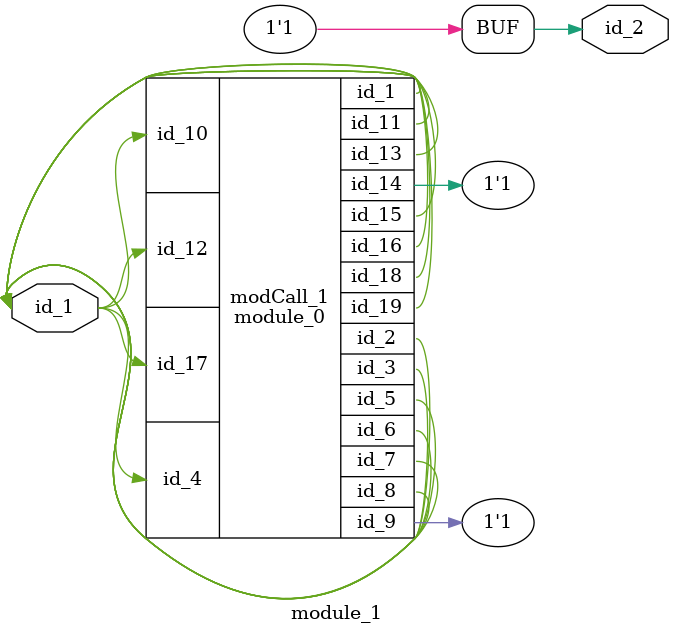
<source format=v>
module module_0 (
    id_1,
    id_2,
    id_3,
    id_4,
    id_5,
    id_6,
    id_7,
    id_8,
    id_9,
    id_10,
    id_11,
    id_12,
    id_13,
    id_14,
    id_15,
    id_16,
    id_17,
    id_18,
    id_19
);
  output wire id_19;
  inout wire id_18;
  input wire id_17;
  inout wire id_16;
  output wire id_15;
  output wire id_14;
  inout wire id_13;
  input wire id_12;
  output wire id_11;
  input wire id_10;
  output wire id_9;
  inout wire id_8;
  inout wire id_7;
  output wire id_6;
  inout wire id_5;
  input wire id_4;
  output wire id_3;
  inout wire id_2;
  inout wire id_1;
endmodule
module module_1 (
    id_1,
    id_2
);
  output wire id_2;
  module_0 modCall_1 (
      id_1,
      id_1,
      id_1,
      id_1,
      id_1,
      id_1,
      id_1,
      id_1,
      id_2,
      id_1,
      id_1,
      id_1,
      id_1,
      id_2,
      id_1,
      id_1,
      id_1,
      id_1,
      id_1
  );
  inout wire id_1;
  assign id_2 = -1;
endmodule

</source>
